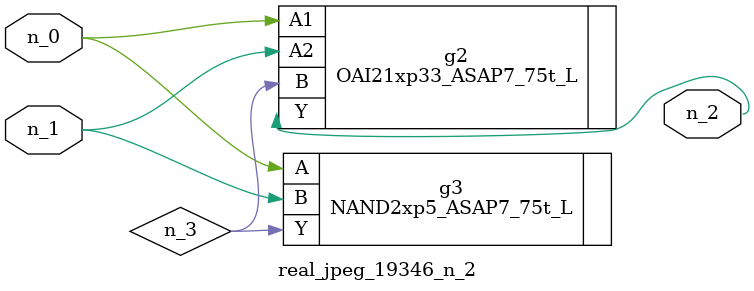
<source format=v>
module real_jpeg_19346_n_2 (n_1, n_0, n_2);

input n_1;
input n_0;

output n_2;

wire n_3;

OAI21xp33_ASAP7_75t_L g2 ( 
.A1(n_0),
.A2(n_1),
.B(n_3),
.Y(n_2)
);

NAND2xp5_ASAP7_75t_L g3 ( 
.A(n_0),
.B(n_1),
.Y(n_3)
);


endmodule
</source>
